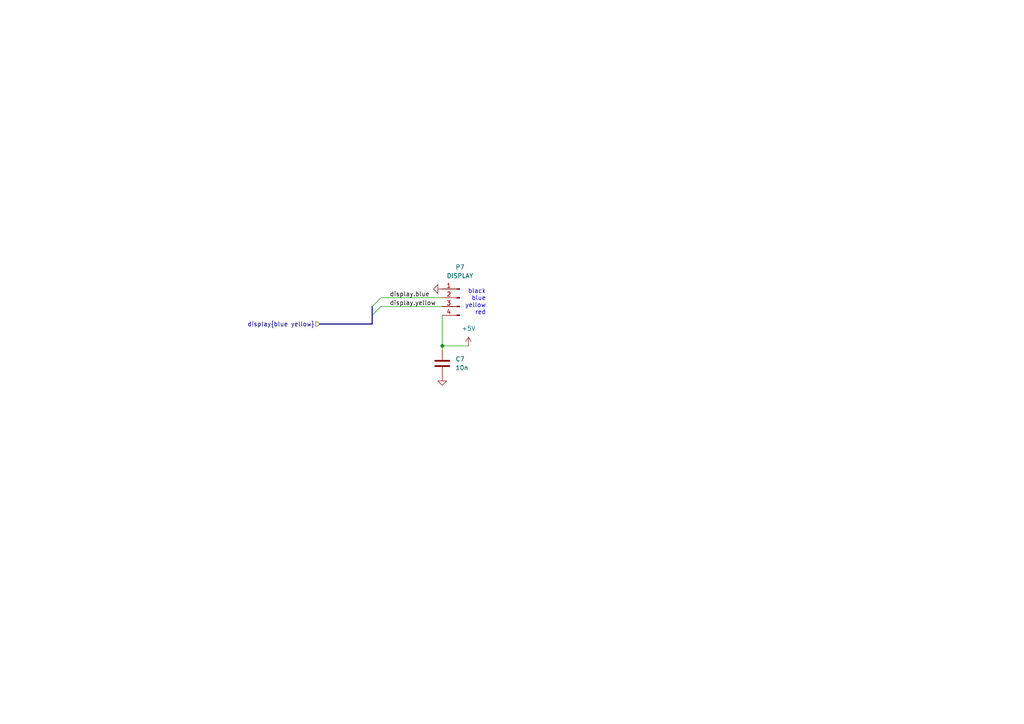
<source format=kicad_sch>
(kicad_sch (version 20230121) (generator eeschema)
  (paper "A4")
  (lib_symbols
    (symbol "Connector:Conn_01x04_Male" (pin_names (offset 1.016) hide)
      (property "Reference" "J" (at 0 5.08 0))
      (property "Value" "Conn_01x04_Male" (at 0 -7.62 0))
      (symbol "Conn_01x04_Male_1_1"
        (polyline (pts (xy 1.27 -5.08) (xy 0.8636 -5.08)) (stroke (width 0.1524)))
        (polyline (pts (xy 1.27 -2.54) (xy 0.8636 -2.54)) (stroke (width 0.1524)))
        (polyline (pts (xy 1.27 0) (xy 0.8636 0)) (stroke (width 0.1524)))
        (polyline (pts (xy 1.27 2.54) (xy 0.8636 2.54)) (stroke (width 0.1524)))
        (rectangle (start 0.8636 -4.953) (end 0 -5.207) (stroke (width 0.1524)) (fill (type outline)))
        (rectangle (start 0.8636 -2.413) (end 0 -2.667) (stroke (width 0.1524)) (fill (type outline)))
        (rectangle (start 0.8636 0.127) (end 0 -0.127) (stroke (width 0.1524)) (fill (type outline)))
        (rectangle (start 0.8636 2.667) (end 0 2.413) (stroke (width 0.1524)) (fill (type outline)))
        (pin passive line (at 5.08 2.54 180) (length 3.81) (name "Pin_1") (number "1"))
        (pin passive line (at 5.08 0 180) (length 3.81) (name "Pin_2") (number "2"))
        (pin passive line (at 5.08 -2.54 180) (length 3.81) (name "Pin_3") (number "3"))
        (pin passive line (at 5.08 -5.08 180) (length 3.81) (name "Pin_4") (number "4"))
      )
    )
    (symbol "Device:C" (pin_numbers hide) (pin_names (offset 0.254))
      (property "Reference" "C" (at 0.635 2.54 0))
      (property "Value" "C" (at 0.635 -2.54 0))
      (symbol "C_0_1"
        (polyline (pts (xy -2.032 -0.762) (xy 2.032 -0.762)) (stroke (width 0.508)))
        (polyline (pts (xy -2.032 0.762) (xy 2.032 0.762)) (stroke (width 0.508)))
      )
      (symbol "C_1_1"
        (pin passive line (at 0 3.81 270) (length 2.794) (name "~") (number "1"))
        (pin passive line (at 0 -3.81 90) (length 2.794) (name "~") (number "2"))
      )
    )
    (symbol "power:+5V" (power) (pin_names (offset 0))
      (property "Value" "+5V" (at 0 3.556 0))
      (symbol "+5V_0_1"
        (polyline (pts (xy -0.762 1.27) (xy 0 2.54)))
        (polyline (pts (xy 0 0) (xy 0 2.54)))
        (polyline (pts (xy 0 2.54) (xy 0.762 1.27)))
      )
      (symbol "+5V_1_1"
        (pin power_in line (at 0 0 90) (length 0) hide (name "+5V") (number "1"))
      )
    )
    (symbol "power:GND" (power) (pin_names (offset 0))
      (property "Value" "GND" (at 0 -3.81 0))
      (symbol "GND_0_1"
        (polyline (pts (xy 0 0) (xy 0 -1.27) (xy 1.27 -1.27) (xy 0 -2.54) (xy -1.27 -1.27) (xy 0 -1.27)))
      )
      (symbol "GND_1_1"
        (pin power_in line (at 0 0 270) (length 0) hide (name "GND") (number "1"))
      )
    )
  )
  (junction (at 128.27 100.33))
  (bus_entry (at 107.95 88.9) (size 2.54 -2.54))
  (bus_entry (at 107.95 91.44) (size 2.54 -2.54))
  (wire (pts (xy 128.27 100.33) (xy 128.27 101.6)))
  (bus (pts (xy 107.95 91.44) (xy 107.95 93.98)))
  (bus (pts (xy 107.95 88.9) (xy 107.95 91.44)))
  (wire (pts (xy 128.27 91.44) (xy 128.27 100.33)))
  (wire (pts (xy 110.49 86.36) (xy 128.27 86.36)))
  (bus (pts (xy 92.71 93.98) (xy 107.95 93.98)))
  (wire (pts (xy 128.27 100.33) (xy 135.89 100.33)))
  (wire (pts (xy 110.49 88.9) (xy 128.27 88.9)))
  (text "black\nblue\nyellow\nred" (at 140.97 91.44 0) (effects (font (size 1.27 1.27)) (justify right bottom)))
  (label "display.yellow" (at 113.03 88.9 0))
  (label "display.blue" (at 113.03 86.36 0))
  (hierarchical_label "display{blue yellow}" (shape input) (at 92.71 93.98 180))
  (symbol (lib_id "power:GND") (at 128.27 109.22 0) (unit 1)
    (property "Reference" "#PWR054" (effects hide))
    (property "Value" "GND" (effects hide))
  )
  (symbol (lib_id "Connector:Conn_01x04_Male") (at 133.35 86.36 0) (mirror y) (unit 1)
    (property "Reference" "P7" (at 132.08 77.47 0) (effects (justify right)))
    (property "Value" "DISPLAY" (at 129.54 80.01 0) (effects (justify right)))
    (property "Footprint" "Connector_PinHeader_2.54mm:PinHeader_1x04_P2.54mm_Vertical" (effects hide))
  )
  (symbol (lib_id "power:GND") (at 128.27 83.82 270) (unit 1)
    (property "Reference" "#PWR053" (effects hide))
    (property "Value" "GND" (effects hide))
  )
  (symbol (lib_id "power:+5V") (at 135.89 100.33 0) (mirror y) (unit 1)
    (property "Reference" "#PWR063" (effects hide))
    (property "Value" "+5V" (at 135.89 95.25 0))
  )
  (symbol (lib_id "Device:C") (at 128.27 105.41 0) (mirror y) (unit 1)
    (property "Reference" "C7" (at 132.08 104.1399 0) (effects (justify right)))
    (property "Value" "10n" (at 132.08 106.6799 0) (effects (justify right)))
    (property "Footprint" "Capacitor_SMD:C_1206_3216Metric" (effects hide))
  )
)
</source>
